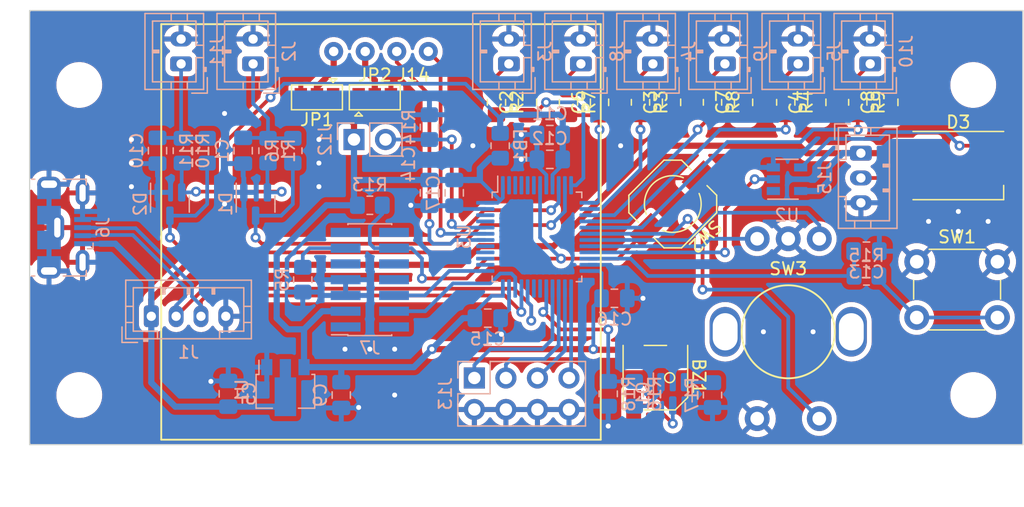
<source format=kicad_pcb>
(kicad_pcb (version 20221018) (generator pcbnew)

  (general
    (thickness 1.6)
  )

  (paper "A4")
  (title_block
    (title "V0_McDisplay")
    (date "2023-02-13")
    (rev "1")
    (company "Anton McFLY Mukhin")
  )

  (layers
    (0 "F.Cu" signal)
    (31 "B.Cu" signal)
    (32 "B.Adhes" user "B.Adhesive")
    (33 "F.Adhes" user "F.Adhesive")
    (34 "B.Paste" user)
    (35 "F.Paste" user)
    (36 "B.SilkS" user "B.Silkscreen")
    (37 "F.SilkS" user "F.Silkscreen")
    (38 "B.Mask" user)
    (39 "F.Mask" user)
    (40 "Dwgs.User" user "User.Drawings")
    (41 "Cmts.User" user "User.Comments")
    (42 "Eco1.User" user "User.Eco1")
    (43 "Eco2.User" user "User.Eco2")
    (44 "Edge.Cuts" user)
    (45 "Margin" user)
    (46 "B.CrtYd" user "B.Courtyard")
    (47 "F.CrtYd" user "F.Courtyard")
    (48 "B.Fab" user)
    (49 "F.Fab" user)
    (50 "User.1" user)
    (51 "User.2" user)
    (52 "User.3" user)
    (53 "User.4" user)
    (54 "User.5" user)
    (55 "User.6" user)
    (56 "User.7" user)
    (57 "User.8" user)
    (58 "User.9" user)
  )

  (setup
    (stackup
      (layer "F.SilkS" (type "Top Silk Screen"))
      (layer "F.Paste" (type "Top Solder Paste"))
      (layer "F.Mask" (type "Top Solder Mask") (thickness 0.01))
      (layer "F.Cu" (type "copper") (thickness 0.035))
      (layer "dielectric 1" (type "core") (thickness 1.51) (material "FR4") (epsilon_r 4.5) (loss_tangent 0.02))
      (layer "B.Cu" (type "copper") (thickness 0.035))
      (layer "B.Mask" (type "Bottom Solder Mask") (thickness 0.01))
      (layer "B.Paste" (type "Bottom Solder Paste"))
      (layer "B.SilkS" (type "Bottom Silk Screen"))
      (copper_finish "None")
      (dielectric_constraints no)
    )
    (pad_to_mask_clearance 0)
    (pcbplotparams
      (layerselection 0x00010fc_ffffffff)
      (plot_on_all_layers_selection 0x0000000_00000000)
      (disableapertmacros false)
      (usegerberextensions false)
      (usegerberattributes true)
      (usegerberadvancedattributes true)
      (creategerberjobfile true)
      (dashed_line_dash_ratio 12.000000)
      (dashed_line_gap_ratio 3.000000)
      (svgprecision 6)
      (plotframeref false)
      (viasonmask false)
      (mode 1)
      (useauxorigin false)
      (hpglpennumber 1)
      (hpglpenspeed 20)
      (hpglpendiameter 15.000000)
      (dxfpolygonmode true)
      (dxfimperialunits true)
      (dxfusepcbnewfont true)
      (psnegative false)
      (psa4output false)
      (plotreference true)
      (plotvalue true)
      (plotinvisibletext false)
      (sketchpadsonfab false)
      (subtractmaskfromsilk false)
      (outputformat 1)
      (mirror false)
      (drillshape 1)
      (scaleselection 1)
      (outputdirectory "")
    )
  )

  (net 0 "")
  (net 1 "VBUS")
  (net 2 "Net-(BZ1-+)")
  (net 3 "Net-(J2-Pin_1)")
  (net 4 "KEY1")
  (net 5 "GND")
  (net 6 "KEY3")
  (net 7 "KEY5")
  (net 8 "KEY2")
  (net 9 "KEY4")
  (net 10 "KEY6")
  (net 11 "+3.3V")
  (net 12 "Net-(J11-Pin_1)")
  (net 13 "+3.3VA")
  (net 14 "KILL_SW")
  (net 15 "TH1")
  (net 16 "TH2")
  (net 17 "Net-(D3-DOUT)")
  (net 18 "Net-(D3-DIN)")
  (net 19 "D-")
  (net 20 "D+")
  (net 21 "Net-(J3-Pin_1)")
  (net 22 "Net-(J4-Pin_1)")
  (net 23 "Net-(J5-Pin_1)")
  (net 24 "unconnected-(J7-Pin_1-Pad1)")
  (net 25 "unconnected-(J7-Pin_2-Pad2)")
  (net 26 "SWDIO")
  (net 27 "SWCLK")
  (net 28 "unconnected-(J7-Pin_8-Pad8)")
  (net 29 "unconnected-(J7-Pin_9-Pad9)")
  (net 30 "unconnected-(J7-Pin_10-Pad10)")
  (net 31 "Net-(J7-Pin_11)")
  (net 32 "RESET")
  (net 33 "unconnected-(J7-Pin_13-Pad13)")
  (net 34 "unconnected-(J7-Pin_14-Pad14)")
  (net 35 "Net-(J8-Pin_1)")
  (net 36 "Net-(J9-Pin_1)")
  (net 37 "Net-(J10-Pin_1)")
  (net 38 "BOOT0")
  (net 39 "GPIO1")
  (net 40 "GPIO2")
  (net 41 "GPIO3")
  (net 42 "GPIO4")
  (net 43 "PIN1")
  (net 44 "PIN2")
  (net 45 "SCL")
  (net 46 "SDA")
  (net 47 "Net-(Q1-G)")
  (net 48 "Net-(Q1-S)")
  (net 49 "Net-(SW1-B)")
  (net 50 "BUZZER")
  (net 51 "ENC_A")
  (net 52 "ENC_B")
  (net 53 "ENC_SW")
  (net 54 "NEOPIXEL")
  (net 55 "unconnected-(U3-PC13-Pad2)")
  (net 56 "unconnected-(U3-PC14-OSC32_IN-Pad3)")
  (net 57 "unconnected-(U3-PC15-OSC32_OUT-Pad4)")
  (net 58 "unconnected-(U3-PF0-OSC_IN-Pad5)")
  (net 59 "unconnected-(U3-PF1-OSC_OUT-Pad6)")
  (net 60 "unconnected-(U3-PA9-Pad30)")
  (net 61 "unconnected-(U3-PA10-Pad31)")
  (net 62 "unconnected-(U3-PA15-Pad38)")
  (net 63 "unconnected-(U3-PB3-Pad39)")
  (net 64 "unconnected-(U3-PB4-Pad40)")
  (net 65 "unconnected-(U3-PB5-Pad41)")
  (net 66 "unconnected-(U3-PB8-Pad45)")
  (net 67 "unconnected-(U3-PB9-Pad46)")

  (footprint "V0-Display:WS2812_5050_LED" (layer "F.Cu") (at 74.8 12.5))

  (footprint "Resistor_SMD:R_0805_2012Metric_Pad1.20x1.40mm_HandSolder" (layer "F.Cu") (at 49.2 7.4 -90))

  (footprint "V0-Display:SW_PUSH_6mm" (layer "F.Cu") (at 71.45 20.25))

  (footprint "V0-Display:MountingHole_3.2mm_M3" (layer "F.Cu") (at 76 31))

  (footprint "Resistor_SMD:R_0805_2012Metric_Pad1.20x1.40mm_HandSolder" (layer "F.Cu") (at 43.4 7.4 -90))

  (footprint "Resistor_SMD:R_0805_2012Metric_Pad1.20x1.40mm_HandSolder" (layer "F.Cu") (at 55 7.4 -90))

  (footprint "V0-Display:MountingHole_3.2mm_M3" (layer "F.Cu") (at 4 31))

  (footprint "Capacitor_SMD:C_0805_2012Metric_Pad1.18x1.45mm_HandSolder" (layer "F.Cu") (at 57.5 7.4 90))

  (footprint "my_additions:Buzzer_5020" (layer "F.Cu") (at 50.4 29.6 -90))

  (footprint "Capacitor_SMD:C_0805_2012Metric_Pad1.18x1.45mm_HandSolder" (layer "F.Cu") (at 69.2 7.4 90))

  (footprint "Capacitor_SMD:C_0805_2012Metric_Pad1.18x1.45mm_HandSolder" (layer "F.Cu") (at 51.7 7.4 90))

  (footprint "Resistor_SMD:R_0805_2012Metric_Pad1.20x1.40mm_HandSolder" (layer "F.Cu") (at 66.7 7.4 -90))

  (footprint "Resistor_SMD:R_0805_2012Metric_Pad1.20x1.40mm_HandSolder" (layer "F.Cu") (at 60.9 7.4 -90))

  (footprint "V0-Display:SolderJumper-3_P1.3mm_Pad1.0x1.5mm" (layer "F.Cu") (at 23.1425 7 180))

  (footprint "Capacitor_SMD:C_0805_2012Metric_Pad1.18x1.45mm_HandSolder" (layer "F.Cu") (at 45.9 7.4 90))

  (footprint "my_additions:SW_silent_SMD_6x6x5" (layer "F.Cu") (at 51.8 15.6 -135))

  (footprint "Capacitor_SMD:C_0805_2012Metric_Pad1.18x1.45mm_HandSolder" (layer "F.Cu") (at 40.1 7.4 90))

  (footprint "V0-Display:MountingHole_3.2mm_M3" (layer "F.Cu") (at 4 6))

  (footprint "Resistor_SMD:R_0805_2012Metric_Pad1.20x1.40mm_HandSolder" (layer "F.Cu") (at 37.6 7.4 -90))

  (footprint "V0-Display:MountingHole_3.2mm_M3" (layer "F.Cu") (at 76 6))

  (footprint "V0-Display:SolderJumper-3_P1.3mm_Pad1.0x1.5mm" (layer "F.Cu") (at 27.8 7))

  (footprint "V0-Display:1pt3in_OLED" (layer "F.Cu") (at 28.3 3.3))

  (footprint "Capacitor_SMD:C_0805_2012Metric_Pad1.18x1.45mm_HandSolder" (layer "F.Cu") (at 63.4 7.4 90))

  (footprint "V0-Display:EN11_Encoder" (layer "F.Cu") (at 61.1 25.9 180))

  (footprint "Capacitor_SMD:C_0805_2012Metric_Pad1.18x1.45mm_HandSolder" (layer "B.Cu") (at 67.4 19.4))

  (footprint "Capacitor_SMD:C_0805_2012Metric_Pad1.18x1.45mm_HandSolder" (layer "B.Cu") (at 10.3 11.3 -90))

  (footprint "V0-Display:SOT-23-5" (layer "B.Cu") (at 61 13.6))

  (footprint "Connector_PinHeader_2.54mm:PinHeader_2x04_P2.54mm_Vertical" (layer "B.Cu") (at 35.82 29.625 -90))

  (footprint "Connector_JST:JST_PH_B3B-PH-K_1x03_P2.00mm_Vertical" (layer "B.Cu") (at 66.95 11.5 -90))

  (footprint "Connector_PinHeader_1.27mm:PinHeader_2x07_P1.27mm_Vertical_SMD" (layer "B.Cu") (at 27.4 21.7))

  (footprint "Connector_PinHeader_2.54mm:PinHeader_1x02_P2.54mm_Vertical" (layer "B.Cu") (at 26.125 10.4 -90))

  (footprint "Capacitor_SMD:C_0805_2012Metric_Pad1.18x1.45mm_HandSolder" (layer "B.Cu") (at 34.2 14.7 -90))

  (footprint "Capacitor_SMD:C_0805_2012Metric_Pad1.18x1.45mm_HandSolder" (layer "B.Cu") (at 47.1 23.2))

  (footprint "Package_QFP:LQFP-48_7x7mm_P0.5mm" (layer "B.Cu") (at 40.8625 18.25 -90))

  (footprint "Capacitor_SMD:C_0805_2012Metric_Pad1.18x1.45mm_HandSolder" (layer "B.Cu") (at 16 30.9 90))

  (footprint "Connector_JST:JST_PH_B2B-PH-K_1x02_P2.00mm_Vertical" (layer "B.Cu") (at 38.6 4.3 90))

  (footprint "Capacitor_SMD:C_0805_2012Metric_Pad1.18x1.45mm_HandSolder" (layer "B.Cu") (at 41.9 12 180))

  (footprint "Resistor_SMD:R_0805_2012Metric_Pad1.20x1.40mm_HandSolder" (layer "B.Cu") (at 32.2 9.4 -90))

  (footprint "Capacitor_SMD:C_0805_2012Metric_Pad1.18x1.45mm_HandSolder" (layer "B.Cu") (at 36.9 24.8))

  (footprint "Resistor_SMD:R_0805_2012Metric_Pad1.20x1.40mm_HandSolder" (layer "B.Cu") (at 14.3 11.300001 -90))

  (footprint "Resistor_SMD:R_0805_2012Metric_Pad1.20x1.40mm_HandSolder" (layer "B.Cu") (at 19.2 11.3 90))

  (footprint "Resistor_SMD:R_0805_2012Metric_Pad1.20x1.40mm_HandSolder" (layer "B.Cu") (at 27.4 15.7 180))

  (footprint "Capacitor_SMD:C_0805_2012Metric_Pad1.18x1.45mm_HandSolder" (layer "B.Cu") (at 17.2 11.3 -90))

  (footprint "Capacitor_SMD:C_0805_2012Metric_Pad1.18x1.45mm_HandSolder" (layer "B.Cu") (at 41.9 10 180))

  (footprint "Connector_JST:JST_PH_B2B-PH-K_1x02_P2.00mm_Vertical" (layer "B.Cu") (at 61.9 4.3 90))

  (footprint "Connector_JST:JST_PH_B2B-PH-K_1x02_P2.00mm_Vertical" (layer "B.Cu")
    (tstamp 732a5740-d45a-4288-933b-37ed89550304)
    (at 50.2 4.3 90)
    (descr "JST PH series connector, B2B-PH-K (http://www.jst-mfg.com/product/pdf/eng/ePH.pdf), generated with kicad-footprint-generator")
    (tags "connector JST PH side entry")
    (property "Label" "KEY3")
    (property "Sheetfile" "V0_McDisplay.kicad_sch")
    (property "Sheetname" "")
    (property "ki_description" "Generic connector, single row, 01x02, script generated (kicad-library-utils/schlib/autogen/connector/)")
    (property "ki_keywords" "connector")
    (path "/e9f69746-91ca-45d5-8ab8-58fb0a568c85")
    (attr through_hole)
    (fp_text reference "J4" (at 1 2.9 90) (layer "B.SilkS")
        (effects (font (size 1 1) (thickness 0.15)) (justify mirror))
      (tstamp 9c856e10-639e-425d-96bc-38408db78000)
    )
    (fp_text value "PH2.00_02" (at 1 -4 90) (layer "B.Fab")
        (effects (font (size 1 1) (thickness 0.15)) (justify mirror))
      (tstamp 9e8456fb-6cfb-441c-801c-406d1187c85a)
    )
    (fp_text user "${REFERENCE}" (at 1 -1.5 90) (layer "B.Fab")
        (effects (font (size 1 1) (thickness 0.15)) (justify mirror))
      (tstamp 625e9e59-b56b-46df-83b7-4628e7828bfa)
    )
    (fp_line (start -2.36 2.11) (end -2.36 0.86)
      (stroke (width 0.12) (type solid)) (layer "B.SilkS") (tstamp f2914a04-37f0-47b1-a201-2e67825223e8))
    (fp_line (start -2.06 -2.91) (end 4.06 -2.91)
      (stroke (width 0.12) (type solid)) (layer "B.SilkS") (tstamp 164dac81-7999-4719-9f92-f28015c126cf))
    (fp_line (start -2.06 -0.8) (end -1.45 -0.8)
      (stroke (width 0.12) (type solid)) (layer "B.SilkS") (tstamp ff22081c-4f47-4789-9e64-de3ff710ce06))
    (fp_line (start -2.06 0.5) (end -1.45 0.5)
      (stroke (width 0.12) (type solid)) (layer "B.SilkS") (tstamp c1401dbe-f21f-471f-8237-5e841cdc37ee))
    (fp_line (start -2.06 1.81) (end -2.06 -2.91)
      (stroke (width 0.12) (type solid)) (layer "B.SilkS") (tstamp 145d9ab2-590c-4974-a79e-d6145e025ec9))
    (fp_line (start -1.45 -2.3) (end 3.45 -2.3)
      (stroke (width 0.12) (type solid)) (layer "B.SilkS") (tstamp 985c0488-76d0-43a9-bd29-bd7f7d19ea2a))
    (fp_line (start -1.45 1.2) (end -1.45 -2.3)
      (stroke (width 0.12) (type solid)) (layer "B.SilkS") (tstamp 88e22f5b-d527-4ba3-805d-a8bd1167df7a))
    (fp_line (start -1.11 2.11) (end -2.36 2.11)
      (stroke (width 0.12) (type solid)) (layer "B.SilkS") (tstamp 78d85592-2d00-425e-b2f5-3c1690d2c082))
    (fp_line (start -0.6 2.01) (end -0.6 1.81)
      (stroke (width 0.12) (type solid)) (layer "B.SilkS") (tstamp 30c9e245-c1fd-481d-82b1-42518cacb1b8))
    (fp_line (start -0.3 1.81) (end -0.3 2.01)
      (stroke (width 0.12) (type solid)) (layer "B.SilkS") (tstamp 4f26520a-5293-45ec-bd13-03b657386f3b))
    (fp_line (start -0.3 1.91) (end -0.6 1.91)
      (stroke (width 0.12) (type solid)) (layer "B.SilkS") (tstamp cd2510ed-bf98-49e7-b932-2498dea1c13a))
    (fp_line (start -0.3 2.01) (end -0.6 2.01)
      (stroke (width 0.12) (type solid)) (layer "B.SilkS") (tstamp 76942d78-675c-4e1c-8846-1804b5db7d52))
    (fp_line (start 0.5 1.2) (end -1.45 1.2)
      (stroke (width 0.12) (type solid)) (layer "B.SilkS") (tstamp fbb1df67-d24f-4b1d-9a06-f182542d446a))
    (fp_line (start 0.5 1.81) (end 0.5 1.2)
      (stroke (width 0.12) (type solid)) (layer "B.SilkS") (tstamp 26a09900-6e47-46ec-9aca-86d5fab98350))
    (fp_line (start 0.9 -2.3) (end 0.9 -1.8)
      (stroke (width 0.12) (type solid)) (layer "B.SilkS") (tstamp 0f145a15-2ac1-4613-b3d0-d2fd29d221cc))
    (fp_line (start 0.9 -1.8) (end 1.1 -1.8)
      (stroke (width 0.12) (type solid)) (layer "B.SilkS") (tstamp a89b4406-8e94-4d2b-87e0-a5d8d3e68573))
    (fp_line (start 1 -2.3) (end 1 -1.8)
      (stroke (width 0.12) (type solid)) (layer "B.SilkS") (tstamp 69b3b014-77ce-4b48-b9c8-874e47e6e379))
    (fp_line (start 1.1 -1.8) (end 1.1 -2.3)
      (stroke (width 0.12) (type solid)) (layer "B.SilkS") (tstamp c79085a6-f26e-4be1-9b59-150b12db49f8))
    (fp_line (start 1.5 1.2) (end 1.5 1.81)
      (stroke (width 0.12) (type solid)) (layer "B.SilkS") (tstamp fe1f218a-9183-4e34-97b1-9bdfbeac276c))
    (fp_line (start 3.45 -2.3) (end 3.45 1.2)
      (stroke (width 0.12) (type solid)) (layer "B.SilkS") (tstamp 97fb3a3f-0e19-4934-8505-b5c42f90dc3a))
    (fp_line (start 3.45 1.2) (end 1.5 1.2)
      (stroke (width 0.12) (type solid)) (layer "B.SilkS") (tstamp 7be941a7-8af2-4c44-9290-8256b442e8e2))
    (fp_line (start 4.06 -2.91) (end 4.06 1.81)
      (stroke (width 0.12) (type solid)) (layer "B.SilkS") (tstamp 730d76eb-377f-4d2b-ba35-8e258ea79db3))
    (fp_line (start 4.06 -0.8) (end 3.45 -0.8)
      (stroke (width 0.12) (type solid)) (layer "B.SilkS") (tstamp be4186db-a289-4438-bf90-de5250319a9b))
    (fp_line (start 4.06 0.5) (end 3.45 0.5)
      (stroke (width 0.12) (type solid)) (layer "B.SilkS") (tstamp 71bd0019-0b15-4050-8e05-b3f6cf3b8fff))
    (fp_line (start 4.06 1.81) (end -2.06 1.81)
      (stroke (width 0.12) (type solid)) (layer "B.SilkS") (tstamp 41a31fd6-e78c-4306-8a86-1c08ce16fe6b))
    (fp_line (start -2.45 -3.3) (end 4.45 -3.3)
      (stroke (width 0.05) (type solid)) (layer "B.CrtYd") (tstamp c8610e8e-5972-4767-8b73-10a5f30f97b4))
    (fp_line (start -2.45 2.2) (end -2.45 -3.3)
      (stroke (width 0.05) (type solid)) (layer "B.CrtYd") (tstamp 5e055fdc-3f27-4c88-92df-94f291d2861c))
    (fp_line (start 4.45 -3.3) (end 4.45 2.2)
      (stroke (width 0.05) (type solid)) (layer "B.CrtYd") (tstamp 174cceb4-b063-470c-97f7-e8f8f72b5922))
    (fp_line (start 4.45 2.2) (end -2.45 2.2)
      (stroke (width 0.05) (type solid)) (layer "B.CrtYd") (tstamp 05affe0b-f108-4f7e-ac9b-fab438ea6edc))
    (fp_line (start -2.36 2.11) (end -2.36 0.86)
      (stroke (width 0.1) (type solid)) (layer "B.Fab") (tstamp 45bdbd3d-6ac5-479c-8573-e6a498b532e1))
    (fp_line (start -1.95 -2.8) (end 3.95 -2.8)
      (stroke (width 0.1) (type solid)) (layer "B.Fab") (tstamp 7c4daeac-a331-43bc-819d-f457747d92cb))
    (fp_line (start -1.95 1.7) (end -1.95 -2.8)
      (stroke (width 0.1) (type solid)) (layer "B.Fab") (tstamp 2ce9b9c6-8bfb-4904-a454-1d725d9961ca))
    (fp_line (start -1.11 2.11) (end -2.36 2.11)
      (stroke (width 0.1) (type solid)) (layer "B.Fab") (tstamp 7a71fe99-727c-4703-9fc4-1ca34cb3fcab))
    (fp_line (start 3.95 -2.8) (end 3.95 1.7)
      (stroke (width 0.1) (type solid)) (layer "B.Fab") (tstamp 3ba71b8c-41f7-4300-ba28-4480c463bd04))
    (fp_line (start 3.95 1.7) (end -1.95 1.7)
      (stroke (width 0.1) (type solid)) (layer "B.Fab") (tstamp 3f46086e-0e9b-463d-8883-56f040d08c16))
    (pad "1" thru_hole roundrect (at 0 0 90) (size 1.2 1.75) (drill 0.75) (layers "*.Cu" "*.Mask") (roundrect_rratio 0.208333)
  
... [802036 chars truncated]
</source>
